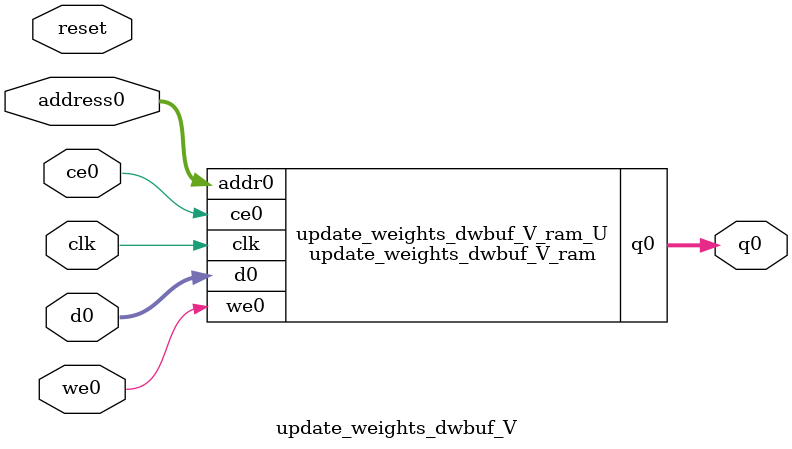
<source format=v>
`timescale 1 ns / 1 ps
module update_weights_dwbuf_V_ram (addr0, ce0, d0, we0, q0,  clk);

parameter DWIDTH = 16;
parameter AWIDTH = 10;
parameter MEM_SIZE = 1024;

input[AWIDTH-1:0] addr0;
input ce0;
input[DWIDTH-1:0] d0;
input we0;
output reg[DWIDTH-1:0] q0;
input clk;

reg [DWIDTH-1:0] ram[0:MEM_SIZE-1];




always @(posedge clk)  
begin 
    if (ce0) begin
        if (we0) 
            ram[addr0] <= d0; 
        q0 <= ram[addr0];
    end
end


endmodule

`timescale 1 ns / 1 ps
module update_weights_dwbuf_V(
    reset,
    clk,
    address0,
    ce0,
    we0,
    d0,
    q0);

parameter DataWidth = 32'd16;
parameter AddressRange = 32'd1024;
parameter AddressWidth = 32'd10;
input reset;
input clk;
input[AddressWidth - 1:0] address0;
input ce0;
input we0;
input[DataWidth - 1:0] d0;
output[DataWidth - 1:0] q0;



update_weights_dwbuf_V_ram update_weights_dwbuf_V_ram_U(
    .clk( clk ),
    .addr0( address0 ),
    .ce0( ce0 ),
    .we0( we0 ),
    .d0( d0 ),
    .q0( q0 ));

endmodule


</source>
